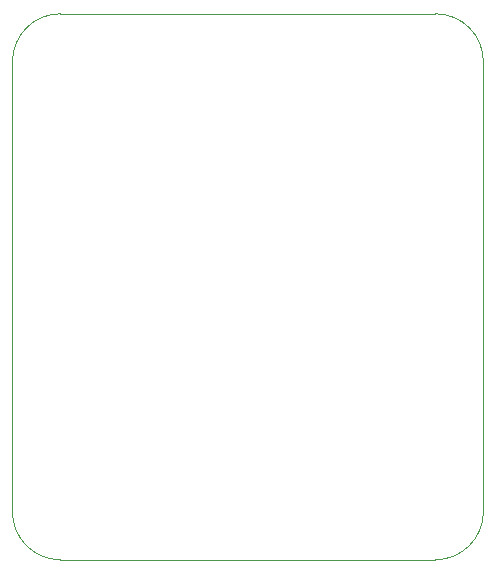
<source format=gbr>
%TF.GenerationSoftware,KiCad,Pcbnew,7.0.7*%
%TF.CreationDate,2023-11-05T22:28:57-06:00*%
%TF.ProjectId,BrushedMOCO_Breakout,42727573-6865-4644-9d4f-434f5f427265,rev?*%
%TF.SameCoordinates,Original*%
%TF.FileFunction,Profile,NP*%
%FSLAX46Y46*%
G04 Gerber Fmt 4.6, Leading zero omitted, Abs format (unit mm)*
G04 Created by KiCad (PCBNEW 7.0.7) date 2023-11-05 22:28:57*
%MOMM*%
%LPD*%
G01*
G04 APERTURE LIST*
%TA.AperFunction,Profile*%
%ADD10C,0.100000*%
%TD*%
G04 APERTURE END LIST*
D10*
X101600000Y-119634000D02*
G75*
G03*
X105664000Y-123698000I4064000J0D01*
G01*
X137414000Y-123698000D02*
G75*
G03*
X141478000Y-119634000I0J4064000D01*
G01*
X141478000Y-81534000D02*
G75*
G03*
X137414000Y-77470000I-4064000J0D01*
G01*
X105664000Y-77470000D02*
X137414000Y-77470000D01*
X137414000Y-123698000D02*
X105664000Y-123698000D01*
X101600000Y-81534000D02*
X101600000Y-119634000D01*
X141478000Y-119634000D02*
X141478000Y-81534000D01*
X105664000Y-77470000D02*
G75*
G03*
X101600000Y-81534000I0J-4064000D01*
G01*
M02*

</source>
